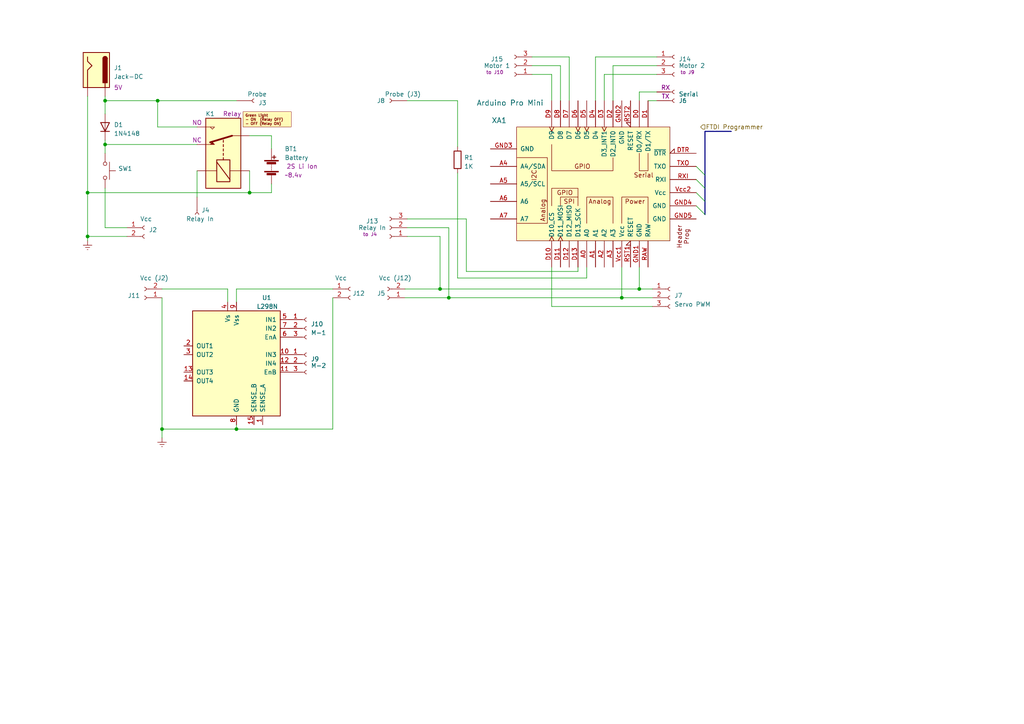
<source format=kicad_sch>
(kicad_sch (version 20230121) (generator eeschema)
  (paper "A4")
  (title_block (title "Rollie Robot Schematics") (date "2023-03-26") (rev "1.0") (company "Ben") (comment 1 "                   overall schematics and circuitry") (comment 3 "                   Rollie Schematics"))
  (lib_symbols
    (symbol "Conn_01x01_Socket_1" (pin_numbers hide) (pin_names (offset 1.016) hide)
      (property "Reference" "J" (at 0 2.54 0))
      (property "Value" "Conn_01x01_Socket" (at 0 -2.54 0))
      (symbol "Conn_01x01_Socket_1_1_1"
        (polyline (pts (xy -1.27 0) (xy -0.508 0)) (stroke (width 0.1524)))
        (arc (start 0 0.508) (mid -0.5058 0) (end 0 -0.508) (stroke (width 0.1524)))
        (pin passive line (at -5.08 0 0) (length 3.81) (name "Pin_1") (number "1"))
      )
    )
    (symbol "Conn_01x02_Socket_1" (pin_numbers hide) (pin_names (offset 1.016) hide)
      (property "Reference" "J" (at 0 2.54 0))
      (property "Value" "Conn_01x02_Socket" (at 0 -5.08 0))
      (symbol "Conn_01x02_Socket_1_1_1"
        (arc (start 0 -2.032) (mid -0.5058 -2.54) (end 0 -3.048) (stroke (width 0.1524)))
        (polyline (pts (xy -1.27 -2.54) (xy -0.508 -2.54)) (stroke (width 0.1524)))
        (polyline (pts (xy -1.27 0) (xy -0.508 0)) (stroke (width 0.1524)))
        (arc (start 0 0.508) (mid -0.5058 0) (end 0 -0.508) (stroke (width 0.1524)))
        (pin passive line (at -5.08 0 0) (length 3.81) (name "Pin_1") (number "1"))
        (pin passive line (at -5.08 -2.54 0) (length 3.81) (name "Pin_2") (number "2"))
      )
    )
    (symbol "Connector:Conn_01x01_Socket" (pin_numbers hide) (pin_names (offset 1.016) hide)
      (property "Reference" "J" (at 0 2.54 0))
      (property "Value" "Conn_01x01_Socket" (at 0 -2.54 0))
      (symbol "Conn_01x01_Socket_1_1"
        (polyline (pts (xy -1.27 0) (xy -0.508 0)) (stroke (width 0.1524)))
        (arc (start 0 0.508) (mid -0.5058 0) (end 0 -0.508) (stroke (width 0.1524)))
        (pin passive line (at -5.08 0 0) (length 3.81) (name "Pin_1") (number "1"))
      )
    )
    (symbol "Connector:Conn_01x02_Socket" (pin_names (offset 1.016) hide)
      (property "Reference" "J" (at 0 2.54 0))
      (property "Value" "Conn_01x02_Socket" (at 0 -5.08 0))
      (symbol "Conn_01x02_Socket_1_1"
        (arc (start 0 -2.032) (mid -0.5058 -2.54) (end 0 -3.048) (stroke (width 0.1524)))
        (polyline (pts (xy -1.27 -2.54) (xy -0.508 -2.54)) (stroke (width 0.1524)))
        (polyline (pts (xy -1.27 0) (xy -0.508 0)) (stroke (width 0.1524)))
        (arc (start 0 0.508) (mid -0.5058 0) (end 0 -0.508) (stroke (width 0.1524)))
        (pin passive line (at -5.08 0 0) (length 3.81) (name "Pin_1") (number "1"))
        (pin passive line (at -5.08 -2.54 0) (length 3.81) (name "Pin_2") (number "2"))
      )
    )
    (symbol "Connector:Conn_01x03_Socket" (pin_names (offset 1.016) hide)
      (property "Reference" "J" (at 0 5.08 0))
      (property "Value" "Conn_01x03_Socket" (at 0 -5.08 0))
      (symbol "Conn_01x03_Socket_1_1"
        (arc (start 0 -2.032) (mid -0.5058 -2.54) (end 0 -3.048) (stroke (width 0.1524)))
        (polyline (pts (xy -1.27 -2.54) (xy -0.508 -2.54)) (stroke (width 0.1524)))
        (polyline (pts (xy -1.27 0) (xy -0.508 0)) (stroke (width 0.1524)))
        (polyline (pts (xy -1.27 2.54) (xy -0.508 2.54)) (stroke (width 0.1524)))
        (arc (start 0 0.508) (mid -0.5058 0) (end 0 -0.508) (stroke (width 0.1524)))
        (arc (start 0 3.048) (mid -0.5058 2.54) (end 0 2.032) (stroke (width 0.1524)))
        (pin passive line (at -5.08 2.54 0) (length 3.81) (name "Pin_1") (number "1"))
        (pin passive line (at -5.08 0 0) (length 3.81) (name "Pin_2") (number "2"))
        (pin passive line (at -5.08 -2.54 0) (length 3.81) (name "Pin_3") (number "3"))
      )
    )
    (symbol "Connector:Jack-DC" (pin_numbers hide) (pin_names (offset 1.016))
      (property "Reference" "J" (at 0 5.334 0))
      (property "Value" "Jack-DC" (at 0 -5.08 0))
      (symbol "Jack-DC_0_1"
        (rectangle (start -5.08 3.81) (end 5.08 -3.81) (stroke (width 0.254)) (fill (type background)))
        (arc (start -3.302 3.175) (mid -3.9343 2.54) (end -3.302 1.905) (stroke (width 0.254)))
        (arc (start -3.302 3.175) (mid -3.9343 2.54) (end -3.302 1.905) (stroke (width 0.254)) (fill (type outline)))
        (polyline (pts (xy 5.08 2.54) (xy 3.81 2.54)) (stroke (width 0.254)))
        (polyline (pts (xy -3.81 -2.54) (xy -2.54 -2.54) (xy -1.27 -1.27) (xy 0 -2.54) (xy 2.54 -2.54) (xy 5.08 -2.54)) (stroke (width 0.254)))
        (rectangle (start 3.683 3.175) (end -3.302 1.905) (stroke (width 0.254)) (fill (type outline)))
      )
      (symbol "Jack-DC_1_1"
        (pin passive line (at 7.62 2.54 180) (length 2.54) (name "~") (number "1"))
        (pin passive line (at 7.62 -2.54 180) (length 2.54) (name "~") (number "2"))
      )
    )
    (symbol "Device:Battery" (pin_numbers hide) (pin_names (offset 0) hide)
      (property "Reference" "BT" (at 2.54 2.54 0))
      (property "Value" "Battery" (at 2.54 0 0))
      (symbol "Battery_0_1"
        (rectangle (start -2.032 -1.397) (end 2.032 -1.651) (fill (type outline)))
        (rectangle (start -2.032 1.778) (end 2.032 1.524) (fill (type outline)))
        (rectangle (start -1.3208 -1.9812) (end 1.27 -2.4892) (fill (type outline)))
        (rectangle (start -1.3208 1.1938) (end 1.27 0.6858) (fill (type outline)))
        (polyline (pts (xy 0 -1.524) (xy 0 -1.27)))
        (polyline (pts (xy 0 -1.016) (xy 0 -0.762)))
        (polyline (pts (xy 0 -0.508) (xy 0 -0.254)))
        (polyline (pts (xy 0 0) (xy 0 0.254)))
        (polyline (pts (xy 0 0.508) (xy 0 0.762)))
        (polyline (pts (xy 0 1.778) (xy 0 2.54)))
        (polyline (pts (xy 0.254 2.667) (xy 1.27 2.667)) (stroke (width 0.254)))
        (polyline (pts (xy 0.762 3.175) (xy 0.762 2.159)) (stroke (width 0.254)))
      )
      (symbol "Battery_1_1"
        (pin passive line (at 0 5.08 270) (length 2.54) (name "+") (number "1"))
        (pin passive line (at 0 -5.08 90) (length 2.54) (name "-") (number "2"))
      )
    )
    (symbol "Device:R" (pin_numbers hide) (pin_names (offset 0))
      (property "Reference" "R" (at 2.032 0 90))
      (property "Value" "R" (at 0 0 90))
      (symbol "R_0_1"
        (rectangle (start -1.016 -2.54) (end 1.016 2.54) (stroke (width 0.254)))
      )
      (symbol "R_1_1"
        (pin passive line (at 0 3.81 270) (length 1.27) (name "~") (number "1"))
        (pin passive line (at 0 -3.81 90) (length 1.27) (name "~") (number "2"))
      )
    )
    (symbol "Diode:1N4148" (pin_numbers hide) (pin_names hide)
      (property "Reference" "D" (at 0 2.54 0))
      (property "Value" "1N4148" (at 0 -2.54 0))
      (symbol "1N4148_0_1"
        (polyline (pts (xy -1.27 1.27) (xy -1.27 -1.27)) (stroke (width 0.254)))
        (polyline (pts (xy 1.27 0) (xy -1.27 0)))
        (polyline (pts (xy 1.27 1.27) (xy 1.27 -1.27) (xy -1.27 0) (xy 1.27 1.27)) (stroke (width 0.254)))
      )
      (symbol "1N4148_1_1"
        (pin passive line (at -3.81 0 0) (length 2.54) (name "K") (number "1"))
        (pin passive line (at 3.81 0 180) (length 2.54) (name "A") (number "2"))
      )
    )
    (symbol "Driver_Motor:L298N" (pin_names (offset 1.016))
      (property "Reference" "U" (at -10.16 16.51 0))
      (property "Value" "L298N" (at 12.7 16.51 0))
      (symbol "L298N_0_1"
        (rectangle (start -12.7 15.24) (end 12.7 -15.24) (stroke (width 0.254)) (fill (type background)))
      )
      (symbol "L298N_1_1"
        (pin power_in line (at -7.62 -17.78 90) (length 2.54) (name "SENSE_A") (number "1"))
        (pin input line (at -15.24 2.54 0) (length 2.54) (name "IN3") (number "10"))
        (pin input line (at -15.24 -2.54 0) (length 2.54) (name "EnB") (number "11"))
        (pin input line (at -15.24 0 0) (length 2.54) (name "IN4") (number "12"))
        (pin output line (at 15.24 -2.54 180) (length 2.54) (name "OUT3") (number "13"))
        (pin output line (at 15.24 -5.08 180) (length 2.54) (name "OUT4") (number "14"))
        (pin power_in line (at -5.08 -17.78 90) (length 2.54) (name "SENSE_B") (number "15"))
        (pin output line (at 15.24 5.08 180) (length 2.54) (name "OUT1") (number "2"))
        (pin output line (at 15.24 2.54 180) (length 2.54) (name "OUT2") (number "3"))
        (pin power_in line (at 2.54 17.78 270) (length 2.54) (name "Vs") (number "4"))
        (pin input line (at -15.24 12.7 0) (length 2.54) (name "IN1") (number "5"))
        (pin input line (at -15.24 7.62 0) (length 2.54) (name "EnA") (number "6"))
        (pin input line (at -15.24 10.16 0) (length 2.54) (name "IN2") (number "7"))
        (pin power_in line (at 0 -17.78 90) (length 2.54) (name "GND") (number "8"))
        (pin power_in line (at 0 17.78 270) (length 2.54) (name "Vss") (number "9"))
      )
    )
    (symbol "Relay:DIPxx-1Cxx-51x" (pin_numbers hide)
      (property "Reference" "K" (at 11.43 3.81 0))
      (property "Value" "DIPxx-1Cxx-51x" (at 11.43 1.27 0))
      (symbol "DIPxx-1Cxx-51x_0_0"
        (polyline (pts (xy 2.54 5.08) (xy 2.54 2.54) (xy 3.175 3.175) (xy 2.54 3.81)) (fill (type outline)))
        (polyline (pts (xy 7.62 5.08) (xy 7.62 2.54) (xy 6.985 3.175) (xy 7.62 3.81)))
      )
      (symbol "DIPxx-1Cxx-51x_0_1"
        (rectangle (start -10.16 5.08) (end 10.16 -5.08) (stroke (width 0.254)) (fill (type background)))
        (rectangle (start -8.255 1.905) (end -1.905 -1.905) (stroke (width 0.254)))
        (polyline (pts (xy -7.62 -1.905) (xy -2.54 1.905)) (stroke (width 0.254)))
        (polyline (pts (xy -5.08 -5.08) (xy -5.08 -1.905)))
        (polyline (pts (xy -5.08 5.08) (xy -5.08 1.905)))
        (polyline (pts (xy -1.905 0) (xy -1.27 0)) (stroke (width 0.254)))
        (polyline (pts (xy -0.635 0) (xy 0 0)) (stroke (width 0.254)))
        (polyline (pts (xy 0.635 0) (xy 1.27 0)) (stroke (width 0.254)))
        (polyline (pts (xy 1.905 0) (xy 2.54 0)) (stroke (width 0.254)))
        (polyline (pts (xy 3.175 0) (xy 3.81 0)) (stroke (width 0.254)))
        (polyline (pts (xy 5.08 -2.54) (xy 3.175 3.81)) (stroke (width 0.508)))
        (polyline (pts (xy 5.08 -2.54) (xy 5.08 -5.08)))
      )
      (symbol "DIPxx-1Cxx-51x_1_1"
        (pin passive line (at 2.54 7.62 270) (length 2.54) (name "~") (number "1"))
        (pin passive line (at 7.62 7.62 270) (length 2.54) (name "~") (number "14"))
        (pin passive line (at -5.08 -7.62 90) (length 2.54) (name "~") (number "2"))
        (pin passive line (at -5.08 7.62 270) (length 2.54) (name "~") (number "6"))
        (pin passive line (at 5.08 -7.62 90) (length 2.54) (name "~") (number "7"))
        (pin passive line (at 5.08 -7.62 90) (length 2.54) hide (name "~") (number "8"))
      )
    )
    (symbol "Switch:SW_Push" (pin_numbers hide) (pin_names (offset 1.016) hide)
      (property "Reference" "SW" (at 1.27 2.54 0))
      (property "Value" "SW_Push" (at 0 -1.524 0))
      (symbol "SW_Push_0_1"
        (circle (center -2.032 0) (radius 0.508))
        (polyline (pts (xy 0 1.27) (xy 0 3.048)))
        (polyline (pts (xy 2.54 1.27) (xy -2.54 1.27)))
        (circle (center 2.032 0) (radius 0.508))
        (pin passive line (at -5.08 0 0) (length 2.54) (name "1") (number "1"))
        (pin passive line (at 5.08 0 180) (length 2.54) (name "2") (number "2"))
      )
    )
    (symbol "ben:Pro_Mini_Socket" (pin_names (offset 1.016))
      (property "Reference" "XA" (at -19.05 36.83 0))
      (property "Value" "Pro Mini Socket" (at -22.86 33.02 0))
      (symbol "Pro_Mini_Socket_0_0"
        (rectangle (start -17.78 30.48) (end 15.24 -13.97) (fill (type background)))
        (polyline (pts (xy -10.16 24.13) (xy -5.08 24.13) (xy -5.08 21.59) (xy -10.16 21.59)))
        (polyline (pts (xy -8.89 -13.97) (xy -8.89 -5.08) (xy 10.16 -5.08) (xy 10.16 -13.97)))
        (polyline (pts (xy -8.89 13.97) (xy -5.08 13.97) (xy -5.08 -3.81) (xy -12.7 -3.81)))
        (polyline (pts (xy 2.54 3.81) (xy 0 3.81) (xy 0 -3.81) (xy 5.08 -3.81)))
        (polyline (pts (xy 5.08 3.81) (xy 2.54 3.81) (xy 2.54 -1.27) (xy 5.08 -1.27)))
        (polyline (pts (xy 10.16 13.97) (xy 2.54 13.97) (xy 2.54 6.35) (xy 10.16 6.35)))
        (polyline (pts (xy 10.16 24.13) (xy 2.54 24.13) (xy 2.54 16.51) (xy 10.16 16.51)))
      )
      (symbol "Pro_Mini_Socket_1_0"
        (text "Analog" (at 3.81 10.16 900) (effects (font (size 1.3 1.3))))
        (text "Analog" (at 6.35 -6.35 0) (effects (font (size 1.3 1.3))))
        (text "GPIO" (at -6.35 5.08 900) (effects (font (size 1.3 1.3))))
        (text "GPIO" (at 1.27 0 900) (effects (font (size 1.3 1.3))))
        (text "Header\nProg" (at 13.97 34.29 0) (effects (font (size 1.3 1.3))))
        (text "I2C" (at -3.81 -8.89 0) (effects (font (size 1.3 1.3))))
        (text "Power" (at 3.81 20.32 900) (effects (font (size 1.3 1.3))))
        (text "Serial" (at -3.81 22.86 900) (effects (font (size 1.3 1.3))))
        (text "SPI" (at 3.81 1.27 900) (effects (font (size 1.3 1.3))))
      )
      (symbol "Pro_Mini_Socket_1_1"
        (pin bidirectional line (at 22.86 6.35 180) (length 7.62) (name "A0") (number "A0"))
        (pin bidirectional line (at 22.86 8.89 180) (length 7.62) (name "A1") (number "A1"))
        (pin bidirectional line (at 22.86 11.43 180) (length 7.62) (name "A2") (number "A2"))
        (pin bidirectional line (at 22.86 13.97 180) (length 7.62) (name "A3") (number "A3"))
        (pin bidirectional line (at -6.35 -21.59 90) (length 7.62) (name "A4/SDA") (number "A4"))
        (pin bidirectional line (at -1.27 -21.59 90) (length 7.62) (name "A5/SCL") (number "A5"))
        (pin input line (at 3.81 -21.59 90) (length 7.62) (name "A6") (number "A6"))
        (pin input line (at 8.89 -21.59 90) (length 7.62) (name "A7") (number "A7"))
        (pin bidirectional line (at -25.4 21.59 0) (length 7.62) (name "D0/RX") (number "D0"))
        (pin bidirectional line (at -25.4 24.13 0) (length 7.62) (name "D1/TX") (number "D1"))
        (pin bidirectional clock (at 22.86 -3.81 180) (length 7.62) (name "D10_CS") (number "D10"))
        (pin bidirectional clock (at 22.86 -1.27 180) (length 7.62) (name "D11_MOSI") (number "D11"))
        (pin bidirectional line (at 22.86 1.27 180) (length 7.62) (name "D12_MISO") (number "D12"))
        (pin bidirectional line (at 22.86 3.81 180) (length 7.62) (name "D13_SCK") (number "D13"))
        (pin bidirectional line (at -25.4 13.97 0) (length 7.62) (name "D2_INT0") (number "D2"))
        (pin bidirectional clock (at -25.4 11.43 0) (length 7.62) (name "D3_INT1") (number "D3"))
        (pin bidirectional line (at -25.4 8.89 0) (length 7.62) (name "D4") (number "D4"))
        (pin bidirectional clock (at -25.4 6.35 0) (length 7.62) (name "D5") (number "D5"))
        (pin bidirectional clock (at -25.4 3.81 0) (length 7.62) (name "D6") (number "D6"))
        (pin bidirectional line (at -25.4 1.27 0) (length 7.62) (name "D7") (number "D7"))
        (pin bidirectional line (at -25.4 -1.27 0) (length 7.62) (name "D8") (number "D8"))
        (pin bidirectional clock (at -25.4 -3.81 0) (length 7.62) (name "D9") (number "D9"))
        (pin input input_low (at -10.16 38.1 270) (length 7.62) (name "~{DTR}") (number "DTR"))
        (pin power_in line (at 22.86 21.59 180) (length 7.62) (name "GND") (number "GND1"))
        (pin power_in line (at -25.4 16.51 0) (length 7.62) (name "GND") (number "GND2"))
        (pin power_in line (at -11.43 -21.59 90) (length 7.62) (name "GND") (number "GND3"))
        (pin power_in line (at 5.08 38.1 270) (length 7.62) (name "GND") (number "GND4"))
        (pin power_in line (at 8.89 38.1 270) (length 7.62) (name "GND") (number "GND5"))
        (pin power_in line (at 22.86 24.13 180) (length 7.62) (name "RAW") (number "RAW"))
        (pin open_collector input_low (at 22.86 19.05 180) (length 7.62) (name "RESET") (number "RST1"))
        (pin open_collector input_low (at -25.4 19.05 0) (length 7.62) (name "RESET") (number "RST2"))
        (pin input line (at -2.54 38.1 270) (length 7.62) (name "RXI") (number "RXI"))
        (pin output line (at -6.35 38.1 270) (length 7.62) (name "TXO") (number "TXO"))
        (pin power_in line (at 22.86 16.51 180) (length 7.62) (name "Vcc") (number "Vcc1"))
        (pin power_in line (at 1.27 38.1 270) (length 7.62) (name "Vcc") (number "Vcc2"))
      )
    )
    (symbol "power:Earth" (power) (pin_names (offset 0))
      (symbol "Earth_0_1"
        (polyline (pts (xy -0.635 -1.905) (xy 0.635 -1.905)))
        (polyline (pts (xy -0.127 -2.54) (xy 0.127 -2.54)))
        (polyline (pts (xy 0 -1.27) (xy 0 0)))
        (polyline (pts (xy 1.27 -1.27) (xy -1.27 -1.27)))
      )
      (symbol "Earth_1_1"
        (pin power_in line (at 0 0 270) (length 0) hide (name "Earth") (number "1"))
      )
    )
  )
  (junction (at 30.48 29.21))
  (junction (at 72.39 55.88))
  (junction (at 25.4 68.58))
  (junction (at 68.58 124.46))
  (junction (at 45.72 29.21))
  (junction (at 30.48 41.91))
  (junction (at 180.34 86.36))
  (junction (at 25.4 55.88))
  (junction (at 127.635 83.82))
  (junction (at 185.42 83.82))
  (junction (at 130.175 86.36))
  (junction (at 46.99 124.46))
  (bus_entry (at 201.93 55.88) (size 2.54 2.54))
  (bus_entry (at 201.93 59.69) (size 2.54 2.54))
  (bus_entry (at 201.93 48.26) (size 2.54 2.54))
  (bus_entry (at 201.93 52.07) (size 2.54 2.54))
  (wire (pts (xy 78.74 39.37) (xy 72.39 39.37)))
  (wire (pts (xy 30.48 27.94) (xy 30.48 29.21)))
  (wire (pts (xy 180.34 77.47) (xy 180.34 86.36)))
  (wire (pts (xy 172.72 29.21) (xy 172.72 16.51)))
  (wire (pts (xy 187.96 29.21) (xy 190.5 29.21)))
  (wire (pts (xy 175.26 21.59) (xy 190.5 21.59)))
  (wire (pts (xy 135.255 78.74) (xy 135.255 63.5)))
  (wire (pts (xy 165.1 16.51) (xy 154.305 16.51)))
  (wire (pts (xy 127.635 68.58) (xy 127.635 83.82)))
  (bus (pts (xy 204.47 50.8) (xy 204.47 38.1)))
  (wire (pts (xy 175.26 29.21) (xy 175.26 21.59)))
  (wire (pts (xy 30.48 66.04) (xy 30.48 54.61)))
  (wire (pts (xy 78.74 43.18) (xy 78.74 39.37)))
  (wire (pts (xy 185.42 83.82) (xy 189.23 83.82)))
  (wire (pts (xy 46.99 124.46) (xy 46.99 127)))
  (wire (pts (xy 160.02 29.21) (xy 160.02 21.59)))
  (wire (pts (xy 30.48 41.91) (xy 57.15 41.91)))
  (wire (pts (xy 25.4 68.58) (xy 25.4 69.85)))
  (wire (pts (xy 68.58 124.46) (xy 68.58 123.19)))
  (wire (pts (xy 57.15 49.53) (xy 57.15 57.15)))
  (wire (pts (xy 118.11 68.58) (xy 127.635 68.58)))
  (wire (pts (xy 25.4 55.88) (xy 72.39 55.88)))
  (wire (pts (xy 25.4 55.88) (xy 25.4 68.58)))
  (wire (pts (xy 66.04 83.82) (xy 66.04 87.63)))
  (wire (pts (xy 185.42 29.21) (xy 185.42 26.67)))
  (wire (pts (xy 160.02 88.9) (xy 189.23 88.9)))
  (wire (pts (xy 185.42 77.47) (xy 185.42 83.82)))
  (wire (pts (xy 185.42 26.67) (xy 190.5 26.67)))
  (wire (pts (xy 30.48 41.91) (xy 30.48 44.45)))
  (wire (pts (xy 30.48 40.64) (xy 30.48 41.91)))
  (wire (pts (xy 30.48 29.21) (xy 30.48 33.02)))
  (wire (pts (xy 96.52 86.36) (xy 96.52 124.46)))
  (wire (pts (xy 180.34 86.36) (xy 189.23 86.36)))
  (wire (pts (xy 25.4 27.94) (xy 25.4 55.88)))
  (wire (pts (xy 46.99 86.36) (xy 46.99 124.46)))
  (wire (pts (xy 132.715 29.21) (xy 132.715 42.545)))
  (wire (pts (xy 167.64 78.74) (xy 135.255 78.74)))
  (bus (pts (xy 204.47 54.61) (xy 204.47 50.8)))
  (wire (pts (xy 132.715 50.165) (xy 132.715 80.645)))
  (wire (pts (xy 117.475 86.36) (xy 130.175 86.36)))
  (wire (pts (xy 162.56 29.21) (xy 162.56 19.05)))
  (wire (pts (xy 72.39 55.88) (xy 78.74 55.88)))
  (wire (pts (xy 45.72 29.21) (xy 30.48 29.21)))
  (wire (pts (xy 170.18 77.47) (xy 170.18 80.645)))
  (wire (pts (xy 130.175 66.04) (xy 130.175 86.36)))
  (wire (pts (xy 68.58 124.46) (xy 46.99 124.46)))
  (wire (pts (xy 68.58 29.21) (xy 45.72 29.21)))
  (wire (pts (xy 172.72 16.51) (xy 190.5 16.51)))
  (wire (pts (xy 117.475 83.82) (xy 127.635 83.82)))
  (wire (pts (xy 68.58 87.63) (xy 68.58 83.82)))
  (wire (pts (xy 132.715 29.21) (xy 118.11 29.21)))
  (wire (pts (xy 165.1 29.21) (xy 165.1 16.51)))
  (wire (pts (xy 177.8 29.21) (xy 177.8 19.05)))
  (bus (pts (xy 204.47 62.23) (xy 204.47 58.42)))
  (wire (pts (xy 46.99 83.82) (xy 66.04 83.82)))
  (wire (pts (xy 36.83 66.04) (xy 30.48 66.04)))
  (wire (pts (xy 25.4 68.58) (xy 36.83 68.58)))
  (wire (pts (xy 118.11 66.04) (xy 130.175 66.04)))
  (wire (pts (xy 78.74 55.88) (xy 78.74 53.34)))
  (wire (pts (xy 127.635 83.82) (xy 185.42 83.82)))
  (wire (pts (xy 72.39 49.53) (xy 72.39 55.88)))
  (bus (pts (xy 204.47 58.42) (xy 204.47 54.61)))
  (wire (pts (xy 68.58 83.82) (xy 96.52 83.82)))
  (bus (pts (xy 204.47 38.1) (xy 212.09 38.1)))
  (wire (pts (xy 160.02 77.47) (xy 160.02 88.9)))
  (wire (pts (xy 160.02 21.59) (xy 154.305 21.59)))
  (wire (pts (xy 162.56 19.05) (xy 154.305 19.05)))
  (wire (pts (xy 96.52 124.46) (xy 68.58 124.46)))
  (wire (pts (xy 177.8 19.05) (xy 190.5 19.05)))
  (wire (pts (xy 167.64 77.47) (xy 167.64 78.74)))
  (wire (pts (xy 135.255 63.5) (xy 118.11 63.5)))
  (wire (pts (xy 130.175 86.36) (xy 180.34 86.36)))
  (wire (pts (xy 57.15 36.83) (xy 45.72 36.83)))
  (wire (pts (xy 45.72 29.21) (xy 45.72 36.83)))
  (wire (pts (xy 170.18 80.645) (xy 132.715 80.645)))
  (text_box "Green Light\n- ON  (Relay OFF)\n- OFF (Relay ON)" (at 70.485 32.385 0) (size 13.97 4.445) (stroke (width 0.1) (color 132 0 0 1)) (fill (type color) (color 255 251 183 1)) (effects (font (size 0.75 0.75)) (justify left top)))
  (hierarchical_label "FTDI Programmer" (shape input) (at 203.2 36.83 0))
  (symbol (lib_id "Connector:Conn_01x03_Socket") (at 195.58 19.05 0) (unit 1)
    (property "Reference" "J14" (at 196.85 17.145 0) (effects (justify left)))
    (property "Value" "Motor 2" (at 196.85 19.05 0) (effects (justify left)))
    (property "Field4" "to J9" (at 199.39 20.955 0) (effects (font (size 1 1))))
  )
  (symbol (lib_id "Connector:Conn_01x03_Socket") (at 113.03 66.04 180) (unit 1)
    (property "Reference" "J13" (at 107.95 64.135 0))
    (property "Value" "Relay In" (at 107.95 66.04 0))
    (property "Field4" "to J4" (at 107.315 67.945 0) (effects (font (size 1 1))))
  )
  (symbol (lib_id "Diode:1N4148") (at 30.48 36.83 90) (unit 1)
    (property "Reference" "D1" (at 33.02 36.195 90) (effects (justify right)))
    (property "Value" "1N4148" (at 33.02 38.735 90) (effects (justify right)))
    (property "Footprint" "Diode_THT:D_DO-35_SOD27_P7.62mm_Horizontal" (effects hide))
    (property "Datasheet" "https://assets.nexperia.com/documents/data-sheet/1N4148_1N4448.pdf" (effects hide))
    (property "Sim.Device" "D" (effects hide))
    (property "Sim.Pins" "1=K 2=A" (effects hide))
  )
  (symbol (lib_id "Driver_Motor:L298N") (at 68.58 105.41 0) (mirror y) (unit 1)
    (property "Reference" "U1" (at 78.74 86.36 0) (effects (justify left)))
    (property "Value" "L298N" (at 80.645 88.9 0) (effects (justify left)))
    (property "Footprint" "Package_TO_SOT_THT:TO-220-15_P2.54x2.54mm_StaggerOdd_Lead4.58mm_Vertical" (effects hide))
    (property "Datasheet" "http://www.st.com/st-web-ui/static/active/en/resource/technical/document/datasheet/CD00000240.pdf" (effects hide))
  )
  (symbol (lib_id "Device:Battery") (at 78.74 48.26 0) (unit 1)
    (property "Reference" "BT1" (at 82.55 43.18 0) (effects (justify left)))
    (property "Value" "Battery" (at 82.55 45.72 0) (effects (justify left)))
    (property "Description" "2S Li Ion" (at 87.63 48.26 0))
    (property "Voltage" "~8.4v" (at 85.09 50.8 0))
  )
  (symbol (lib_id "power:Earth") (at 25.4 69.85 0) (unit 1)
    (property "Reference" "#PWR01" (effects hide))
    (property "Value" "Earth" (effects hide))
  )
  (symbol (lib_id "Connector:Conn_01x01_Socket") (at 73.66 29.21 0) (unit 1)
    (property "Reference" "J3" (at 74.93 29.845 0) (effects (justify left)))
    (property "Value" "Probe" (at 71.755 27.305 0) (effects (justify left)))
  )
  (symbol (lib_id "Connector:Conn_01x02_Socket") (at 101.6 83.82 0) (unit 1)
    (property "Reference" "J12" (at 102.235 85.09 0) (effects (justify left)))
    (property "Value" "Vcc" (at 97.155 80.645 0) (effects (justify left)))
  )
  (symbol (lib_id "power:Earth") (at 46.99 127 0) (unit 1)
    (property "Reference" "#PWR02" (effects hide))
    (property "Value" "Earth" (effects hide))
  )
  (symbol (lib_name "Conn_01x02_Socket_1") (lib_id "Connector:Conn_01x02_Socket") (at 195.58 26.67 0) (unit 1)
    (property "Reference" "J6" (at 196.85 29.21 0) (effects (justify left)))
    (property "Value" "Serial" (at 196.85 27.305 0) (effects (justify left)))
    (property "RX" "RX" (at 193.04 25.4 0))
    (property "TX" "TX" (at 193.04 27.94 0))
  )
  (symbol (lib_id "Connector:Conn_01x01_Socket") (at 113.03 29.21 180) (unit 1)
    (property "Reference" "J8" (at 110.49 29.21 0))
    (property "Value" "Probe (J3)" (at 116.84 27.305 0))
  )
  (symbol (lib_id "Relay:DIPxx-1Cxx-51x") (at 64.77 44.45 90) (unit 1)
    (property "Reference" "K1" (at 60.96 33.02 90))
    (property "Value" "DIPxx-1Cxx-51x" (effects hide))
    (property "Footprint" "Relay_THT:Relay_StandexMeder_DIP_LowProfile" (effects hide))
    (property "Datasheet" "https://standexelectronics.com/wp-content/uploads/datasheet_reed_relay_DIP.pdf" (effects hide))
    (property "NC" "NC" (at 57.15 40.64 90))
    (property "NO" "NO" (at 57.15 35.56 90))
    (property "Field6" "Relay" (at 67.31 33.02 90))
  )
  (symbol (lib_id "ben:Pro_Mini_Socket") (at 163.83 54.61 270) (unit 1)
    (property "Reference" "XA1" (at 144.78 34.925 90) (effects (font (size 1.524 1.524))))
    (property "Value" "Arduino Pro Mini" (at 147.955 29.845 90) (effects (font (size 1.524 1.524))))
    (property "Footprint" "Ben-library:Pro_Mini_Socket" (effects hide))
    (property "Datasheet" "Exact Layout pin to pin" (effects hide))
  )
  (symbol (lib_id "Connector:Jack-DC") (at 27.94 20.32 270) (unit 1)
    (property "Reference" "J1" (at 33.02 19.685 90) (effects (justify left)))
    (property "Value" "Jack-DC" (at 33.02 22.225 90) (effects (justify left)))
    (property "Voltage" "5V" (at 34.29 25.4 90))
  )
  (symbol (lib_id "Connector:Conn_01x03_Socket") (at 88.9 105.41 0) (unit 1)
    (property "Reference" "J9" (at 90.17 104.14 0) (effects (justify left)))
    (property "Value" "M-2" (at 90.17 106.045 0) (effects (justify left)))
  )
  (symbol (lib_id "Device:R") (at 132.715 46.355 0) (unit 1)
    (property "Reference" "R1" (at 134.62 45.72 0) (effects (justify left)))
    (property "Value" "1K" (at 134.62 48.26 0) (effects (justify left)))
  )
  (symbol (lib_id "Connector:Conn_01x03_Socket") (at 149.225 19.05 180) (unit 1)
    (property "Reference" "J15" (at 144.145 17.145 0))
    (property "Value" "Motor 1" (at 144.145 19.05 0))
    (property "Field4" "to J10" (at 143.51 20.955 0) (effects (font (size 1 1))))
  )
  (symbol (lib_id "Connector:Conn_01x02_Socket") (at 112.395 86.36 180) (unit 1)
    (property "Reference" "J5" (at 111.76 85.09 0) (effects (justify left)))
    (property "Value" "Vcc (J12)" (at 119.38 80.645 0) (effects (justify left)))
  )
  (symbol (lib_id "Connector:Conn_01x02_Socket") (at 41.91 86.36 180) (unit 1)
    (property "Reference" "J11" (at 40.64 85.725 0) (effects (justify left)))
    (property "Value" "Vcc (J2)" (at 48.895 80.645 0) (effects (justify left)))
  )
  (symbol (lib_id "Switch:SW_Push") (at 30.48 49.53 270) (unit 1)
    (property "Reference" "SW1" (at 34.29 48.895 90) (effects (justify left)))
    (property "Value" "SW_Push" (effects hide))
  )
  (symbol (lib_name "Conn_01x01_Socket_1") (lib_id "Connector:Conn_01x01_Socket") (at 57.15 62.23 270) (unit 1)
    (property "Reference" "J4" (at 58.42 60.96 90) (effects (justify left)))
    (property "Value" "Relay In" (at 53.975 63.5 90) (effects (justify left)))
  )
  (symbol (lib_id "Connector:Conn_01x03_Socket") (at 194.31 86.36 0) (unit 1)
    (property "Reference" "J7" (at 195.58 85.725 0) (effects (justify left)))
    (property "Value" "Servo PWM" (at 195.58 88.265 0) (effects (justify left)))
  )
  (symbol (lib_id "Connector:Conn_01x02_Socket") (at 41.91 66.04 0) (unit 1)
    (property "Reference" "J2" (at 43.18 66.675 0) (effects (justify left)))
    (property "Value" "Vcc" (at 40.64 63.5 0) (effects (justify left)))
  )
  (symbol (lib_id "Connector:Conn_01x03_Socket") (at 88.9 95.25 0) (unit 1)
    (property "Reference" "J10" (at 90.17 93.98 0) (effects (justify left)))
    (property "Value" "M-1" (at 90.17 96.52 0) (effects (justify left)))
  )
)
</source>
